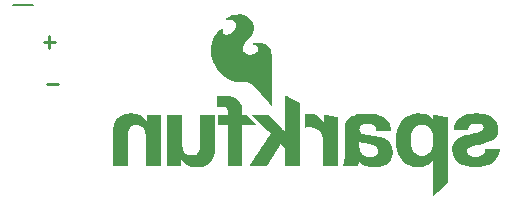
<source format=gbo>
G75*
%MOIN*%
%OFA0B0*%
%FSLAX25Y25*%
%IPPOS*%
%LPD*%
%AMOC8*
5,1,8,0,0,1.08239X$1,22.5*
%
%ADD10C,0.01100*%
%ADD11C,0.00800*%
%ADD12C,0.00300*%
D10*
X0151847Y0194503D02*
X0155783Y0194503D01*
X0152815Y0206534D02*
X0152815Y0210471D01*
X0154783Y0208503D02*
X0150847Y0208503D01*
D11*
X0147286Y0220713D02*
X0140786Y0220713D01*
D12*
X0173928Y0167551D02*
X0178534Y0167551D01*
X0178534Y0177000D01*
X0178573Y0177945D01*
X0178692Y0178772D01*
X0178888Y0179480D01*
X0179164Y0180071D01*
X0179597Y0180504D01*
X0180109Y0180819D01*
X0180699Y0181016D01*
X0181448Y0181094D01*
X0182314Y0181016D01*
X0183062Y0180819D01*
X0183692Y0180465D01*
X0184164Y0179953D01*
X0184558Y0179323D01*
X0184794Y0178496D01*
X0184951Y0177472D01*
X0185030Y0176291D01*
X0185030Y0167551D01*
X0189597Y0167551D01*
X0189597Y0182157D01*
X0189558Y0184244D01*
X0185188Y0184244D01*
X0185188Y0181921D01*
X0185148Y0181921D01*
X0184676Y0182591D01*
X0184125Y0183181D01*
X0183534Y0183654D01*
X0182865Y0184047D01*
X0182196Y0184323D01*
X0181487Y0184520D01*
X0180778Y0184677D01*
X0180030Y0184717D01*
X0178377Y0184559D01*
X0177038Y0184205D01*
X0175975Y0183614D01*
X0175148Y0182827D01*
X0174597Y0181803D01*
X0174203Y0180661D01*
X0174007Y0179323D01*
X0173928Y0177827D01*
X0173928Y0167551D01*
X0173928Y0167702D02*
X0178534Y0167702D01*
X0178534Y0168001D02*
X0173928Y0168001D01*
X0173928Y0168299D02*
X0178534Y0168299D01*
X0178534Y0168598D02*
X0173928Y0168598D01*
X0173928Y0168896D02*
X0178534Y0168896D01*
X0178534Y0169195D02*
X0173928Y0169195D01*
X0173928Y0169493D02*
X0178534Y0169493D01*
X0178534Y0169792D02*
X0173928Y0169792D01*
X0173928Y0170090D02*
X0178534Y0170090D01*
X0178534Y0170389D02*
X0173928Y0170389D01*
X0173928Y0170687D02*
X0178534Y0170687D01*
X0178534Y0170986D02*
X0173928Y0170986D01*
X0173928Y0171284D02*
X0178534Y0171284D01*
X0178534Y0171583D02*
X0173928Y0171583D01*
X0173928Y0171881D02*
X0178534Y0171881D01*
X0178534Y0172180D02*
X0173928Y0172180D01*
X0173928Y0172478D02*
X0178534Y0172478D01*
X0178534Y0172777D02*
X0173928Y0172777D01*
X0173928Y0173075D02*
X0178534Y0173075D01*
X0178534Y0173374D02*
X0173928Y0173374D01*
X0173928Y0173672D02*
X0178534Y0173672D01*
X0178534Y0173971D02*
X0173928Y0173971D01*
X0173928Y0174269D02*
X0178534Y0174269D01*
X0178534Y0174568D02*
X0173928Y0174568D01*
X0173928Y0174866D02*
X0178534Y0174866D01*
X0178534Y0175165D02*
X0173928Y0175165D01*
X0173928Y0175463D02*
X0178534Y0175463D01*
X0178534Y0175762D02*
X0173928Y0175762D01*
X0173928Y0176060D02*
X0178534Y0176060D01*
X0178534Y0176359D02*
X0173928Y0176359D01*
X0173928Y0176657D02*
X0178534Y0176657D01*
X0178534Y0176956D02*
X0173928Y0176956D01*
X0173928Y0177254D02*
X0178545Y0177254D01*
X0178557Y0177553D02*
X0173928Y0177553D01*
X0173929Y0177851D02*
X0178570Y0177851D01*
X0178603Y0178150D02*
X0173945Y0178150D01*
X0173961Y0178448D02*
X0178645Y0178448D01*
X0178688Y0178747D02*
X0173976Y0178747D01*
X0173992Y0179045D02*
X0178768Y0179045D01*
X0178851Y0179344D02*
X0174010Y0179344D01*
X0174054Y0179642D02*
X0178964Y0179642D01*
X0179103Y0179941D02*
X0174097Y0179941D01*
X0174141Y0180239D02*
X0179333Y0180239D01*
X0179652Y0180538D02*
X0174185Y0180538D01*
X0174264Y0180837D02*
X0180162Y0180837D01*
X0182995Y0180837D02*
X0189597Y0180837D01*
X0189597Y0181135D02*
X0174367Y0181135D01*
X0174470Y0181434D02*
X0189597Y0181434D01*
X0189597Y0181732D02*
X0174573Y0181732D01*
X0174720Y0182031D02*
X0185071Y0182031D01*
X0185188Y0182031D02*
X0189597Y0182031D01*
X0189594Y0182329D02*
X0185188Y0182329D01*
X0185188Y0182628D02*
X0189588Y0182628D01*
X0189583Y0182926D02*
X0185188Y0182926D01*
X0185188Y0183225D02*
X0189577Y0183225D01*
X0189571Y0183523D02*
X0185188Y0183523D01*
X0185188Y0183822D02*
X0189566Y0183822D01*
X0189560Y0184120D02*
X0185188Y0184120D01*
X0184070Y0183225D02*
X0175566Y0183225D01*
X0175879Y0183523D02*
X0183697Y0183523D01*
X0183248Y0183822D02*
X0176348Y0183822D01*
X0176886Y0184120D02*
X0182688Y0184120D01*
X0181851Y0184419D02*
X0177846Y0184419D01*
X0175253Y0182926D02*
X0184363Y0182926D01*
X0184641Y0182628D02*
X0175041Y0182628D01*
X0174880Y0182329D02*
X0184860Y0182329D01*
X0183561Y0180538D02*
X0189597Y0180538D01*
X0189597Y0180239D02*
X0183899Y0180239D01*
X0184171Y0179941D02*
X0189597Y0179941D01*
X0189597Y0179642D02*
X0184358Y0179642D01*
X0184545Y0179344D02*
X0189597Y0179344D01*
X0189597Y0179045D02*
X0184637Y0179045D01*
X0184722Y0178747D02*
X0189597Y0178747D01*
X0189597Y0178448D02*
X0184801Y0178448D01*
X0184847Y0178150D02*
X0189597Y0178150D01*
X0189597Y0177851D02*
X0184893Y0177851D01*
X0184939Y0177553D02*
X0189597Y0177553D01*
X0189597Y0177254D02*
X0184966Y0177254D01*
X0184986Y0176956D02*
X0189597Y0176956D01*
X0189597Y0176657D02*
X0185006Y0176657D01*
X0185026Y0176359D02*
X0189597Y0176359D01*
X0189597Y0176060D02*
X0185030Y0176060D01*
X0185030Y0175762D02*
X0189597Y0175762D01*
X0189597Y0175463D02*
X0185030Y0175463D01*
X0185030Y0175165D02*
X0189597Y0175165D01*
X0189597Y0174866D02*
X0185030Y0174866D01*
X0185030Y0174568D02*
X0189597Y0174568D01*
X0189597Y0174269D02*
X0185030Y0174269D01*
X0185030Y0173971D02*
X0189597Y0173971D01*
X0189597Y0173672D02*
X0185030Y0173672D01*
X0185030Y0173374D02*
X0189597Y0173374D01*
X0189597Y0173075D02*
X0185030Y0173075D01*
X0185030Y0172777D02*
X0189597Y0172777D01*
X0189597Y0172478D02*
X0185030Y0172478D01*
X0185030Y0172180D02*
X0189597Y0172180D01*
X0189597Y0171881D02*
X0185030Y0171881D01*
X0185030Y0171583D02*
X0189597Y0171583D01*
X0189597Y0171284D02*
X0185030Y0171284D01*
X0185030Y0170986D02*
X0189597Y0170986D01*
X0189597Y0170687D02*
X0185030Y0170687D01*
X0185030Y0170389D02*
X0189597Y0170389D01*
X0189597Y0170090D02*
X0185030Y0170090D01*
X0185030Y0169792D02*
X0189597Y0169792D01*
X0189597Y0169493D02*
X0185030Y0169493D01*
X0185030Y0169195D02*
X0189597Y0169195D01*
X0189597Y0168896D02*
X0185030Y0168896D01*
X0185030Y0168598D02*
X0189597Y0168598D01*
X0189597Y0168299D02*
X0185030Y0168299D01*
X0185030Y0168001D02*
X0189597Y0168001D01*
X0189597Y0167702D02*
X0185030Y0167702D01*
X0192075Y0167702D02*
X0196448Y0167702D01*
X0196448Y0167551D02*
X0196448Y0169874D01*
X0196487Y0169874D01*
X0196959Y0169205D01*
X0197510Y0168654D01*
X0198101Y0168142D01*
X0198770Y0167787D01*
X0199440Y0167472D01*
X0200148Y0167276D01*
X0200857Y0167118D01*
X0201605Y0167079D01*
X0203259Y0167236D01*
X0204597Y0167591D01*
X0205660Y0168181D01*
X0206487Y0168969D01*
X0207077Y0169992D01*
X0207432Y0171173D01*
X0207629Y0172472D01*
X0207707Y0173969D01*
X0207707Y0184244D01*
X0203140Y0184244D01*
X0203140Y0174835D01*
X0203062Y0173850D01*
X0202944Y0173024D01*
X0202747Y0172315D01*
X0202471Y0171724D01*
X0202077Y0171291D01*
X0201566Y0170976D01*
X0200936Y0170780D01*
X0200188Y0170701D01*
X0199322Y0170780D01*
X0198573Y0170976D01*
X0197944Y0171331D01*
X0197471Y0171843D01*
X0197077Y0172472D01*
X0196841Y0173299D01*
X0196684Y0174323D01*
X0196644Y0175504D01*
X0196644Y0184244D01*
X0192038Y0184244D01*
X0192038Y0169638D01*
X0192077Y0167551D01*
X0196448Y0167551D01*
X0196448Y0168001D02*
X0192069Y0168001D01*
X0192063Y0168299D02*
X0196448Y0168299D01*
X0196448Y0168598D02*
X0192058Y0168598D01*
X0192052Y0168896D02*
X0196448Y0168896D01*
X0196448Y0169195D02*
X0192046Y0169195D01*
X0192041Y0169493D02*
X0196448Y0169493D01*
X0196448Y0169792D02*
X0192038Y0169792D01*
X0192038Y0170090D02*
X0207107Y0170090D01*
X0207196Y0170389D02*
X0192038Y0170389D01*
X0192038Y0170687D02*
X0207286Y0170687D01*
X0207375Y0170986D02*
X0201581Y0170986D01*
X0202066Y0171284D02*
X0207449Y0171284D01*
X0207494Y0171583D02*
X0202342Y0171583D01*
X0202544Y0171881D02*
X0207539Y0171881D01*
X0207584Y0172180D02*
X0202684Y0172180D01*
X0202792Y0172478D02*
X0207629Y0172478D01*
X0207645Y0172777D02*
X0202875Y0172777D01*
X0202951Y0173075D02*
X0207660Y0173075D01*
X0207676Y0173374D02*
X0202994Y0173374D01*
X0203036Y0173672D02*
X0207692Y0173672D01*
X0207707Y0173971D02*
X0203071Y0173971D01*
X0203095Y0174269D02*
X0207707Y0174269D01*
X0207707Y0174568D02*
X0203119Y0174568D01*
X0203140Y0174866D02*
X0207707Y0174866D01*
X0207707Y0175165D02*
X0203140Y0175165D01*
X0203140Y0175463D02*
X0207707Y0175463D01*
X0207707Y0175762D02*
X0203140Y0175762D01*
X0203140Y0176060D02*
X0207707Y0176060D01*
X0207707Y0176359D02*
X0203140Y0176359D01*
X0203140Y0176657D02*
X0207707Y0176657D01*
X0207707Y0176956D02*
X0203140Y0176956D01*
X0203140Y0177254D02*
X0207707Y0177254D01*
X0207707Y0177553D02*
X0203140Y0177553D01*
X0203140Y0177851D02*
X0207707Y0177851D01*
X0207707Y0178150D02*
X0203140Y0178150D01*
X0203140Y0178448D02*
X0207707Y0178448D01*
X0207707Y0178747D02*
X0203140Y0178747D01*
X0203140Y0179045D02*
X0207707Y0179045D01*
X0207707Y0179344D02*
X0203140Y0179344D01*
X0203140Y0179642D02*
X0207707Y0179642D01*
X0207707Y0179941D02*
X0203140Y0179941D01*
X0203140Y0180239D02*
X0207707Y0180239D01*
X0207707Y0180538D02*
X0203140Y0180538D01*
X0203140Y0180837D02*
X0207707Y0180837D01*
X0207707Y0181135D02*
X0203140Y0181135D01*
X0203140Y0181434D02*
X0207707Y0181434D01*
X0207707Y0181732D02*
X0203140Y0181732D01*
X0203140Y0182031D02*
X0207707Y0182031D01*
X0207707Y0182329D02*
X0203140Y0182329D01*
X0203140Y0182628D02*
X0207707Y0182628D01*
X0207707Y0182926D02*
X0203140Y0182926D01*
X0203140Y0183225D02*
X0207707Y0183225D01*
X0207707Y0183523D02*
X0203140Y0183523D01*
X0203140Y0183822D02*
X0207707Y0183822D01*
X0207707Y0184120D02*
X0203140Y0184120D01*
X0209046Y0184120D02*
X0218304Y0184120D01*
X0218180Y0184244D02*
X0216802Y0184244D01*
X0216802Y0185543D01*
X0216723Y0186606D01*
X0216448Y0187591D01*
X0216014Y0188457D01*
X0215385Y0189205D01*
X0214636Y0189795D01*
X0213652Y0190228D01*
X0212510Y0190504D01*
X0211211Y0190622D01*
X0210896Y0190622D01*
X0210581Y0190583D01*
X0209991Y0190583D01*
X0209361Y0190504D01*
X0208770Y0190504D01*
X0208770Y0187079D01*
X0209007Y0187118D01*
X0209400Y0187118D01*
X0209636Y0187157D01*
X0210463Y0187157D01*
X0210896Y0187118D01*
X0211251Y0187039D01*
X0211566Y0186921D01*
X0211802Y0186724D01*
X0211999Y0186449D01*
X0212117Y0186134D01*
X0212196Y0185740D01*
X0212196Y0184244D01*
X0209046Y0184244D01*
X0209046Y0181173D01*
X0212196Y0181173D01*
X0212196Y0167551D01*
X0216802Y0167551D01*
X0216802Y0181173D01*
X0221329Y0181173D01*
X0220542Y0181961D01*
X0220148Y0182315D01*
X0218967Y0183496D01*
X0218573Y0183850D01*
X0218180Y0184244D01*
X0218605Y0183822D02*
X0209046Y0183822D01*
X0209046Y0183523D02*
X0218937Y0183523D01*
X0219239Y0183225D02*
X0209046Y0183225D01*
X0209046Y0182926D02*
X0219537Y0182926D01*
X0219836Y0182628D02*
X0209046Y0182628D01*
X0209046Y0182329D02*
X0220134Y0182329D01*
X0220464Y0182031D02*
X0209046Y0182031D01*
X0209046Y0181732D02*
X0220771Y0181732D01*
X0221069Y0181434D02*
X0209046Y0181434D01*
X0212196Y0181135D02*
X0216802Y0181135D01*
X0216802Y0180837D02*
X0212196Y0180837D01*
X0212196Y0180538D02*
X0216802Y0180538D01*
X0216802Y0180239D02*
X0212196Y0180239D01*
X0212196Y0179941D02*
X0216802Y0179941D01*
X0216802Y0179642D02*
X0212196Y0179642D01*
X0212196Y0179344D02*
X0216802Y0179344D01*
X0216802Y0179045D02*
X0212196Y0179045D01*
X0212196Y0178747D02*
X0216802Y0178747D01*
X0216802Y0178448D02*
X0212196Y0178448D01*
X0212196Y0178150D02*
X0216802Y0178150D01*
X0216802Y0177851D02*
X0212196Y0177851D01*
X0212196Y0177553D02*
X0216802Y0177553D01*
X0216802Y0177254D02*
X0212196Y0177254D01*
X0212196Y0176956D02*
X0216802Y0176956D01*
X0216802Y0176657D02*
X0212196Y0176657D01*
X0212196Y0176359D02*
X0216802Y0176359D01*
X0216802Y0176060D02*
X0212196Y0176060D01*
X0212196Y0175762D02*
X0216802Y0175762D01*
X0216802Y0175463D02*
X0212196Y0175463D01*
X0212196Y0175165D02*
X0216802Y0175165D01*
X0216802Y0174866D02*
X0212196Y0174866D01*
X0212196Y0174568D02*
X0216802Y0174568D01*
X0216802Y0174269D02*
X0212196Y0174269D01*
X0212196Y0173971D02*
X0216802Y0173971D01*
X0216802Y0173672D02*
X0212196Y0173672D01*
X0212196Y0173374D02*
X0216802Y0173374D01*
X0216802Y0173075D02*
X0212196Y0173075D01*
X0212196Y0172777D02*
X0216802Y0172777D01*
X0216802Y0172478D02*
X0212196Y0172478D01*
X0212196Y0172180D02*
X0216802Y0172180D01*
X0216802Y0171881D02*
X0212196Y0171881D01*
X0212196Y0171583D02*
X0216802Y0171583D01*
X0216802Y0171284D02*
X0212196Y0171284D01*
X0212196Y0170986D02*
X0216802Y0170986D01*
X0216802Y0170687D02*
X0212196Y0170687D01*
X0212196Y0170389D02*
X0216802Y0170389D01*
X0216802Y0170090D02*
X0212196Y0170090D01*
X0212196Y0169792D02*
X0216802Y0169792D01*
X0216802Y0169493D02*
X0212196Y0169493D01*
X0212196Y0169195D02*
X0216802Y0169195D01*
X0216802Y0168896D02*
X0212196Y0168896D01*
X0212196Y0168598D02*
X0216802Y0168598D01*
X0216802Y0168299D02*
X0212196Y0168299D01*
X0212196Y0168001D02*
X0216802Y0168001D01*
X0216802Y0167702D02*
X0212196Y0167702D01*
X0206962Y0169792D02*
X0196545Y0169792D01*
X0196756Y0169493D02*
X0206790Y0169493D01*
X0206617Y0169195D02*
X0196969Y0169195D01*
X0197268Y0168896D02*
X0206411Y0168896D01*
X0206097Y0168598D02*
X0197575Y0168598D01*
X0197920Y0168299D02*
X0205784Y0168299D01*
X0205335Y0168001D02*
X0198368Y0168001D01*
X0198952Y0167702D02*
X0204798Y0167702D01*
X0203890Y0167403D02*
X0199688Y0167403D01*
X0201106Y0167105D02*
X0201881Y0167105D01*
X0198557Y0170986D02*
X0192038Y0170986D01*
X0192038Y0171284D02*
X0198026Y0171284D01*
X0197711Y0171583D02*
X0192038Y0171583D01*
X0192038Y0171881D02*
X0197447Y0171881D01*
X0197260Y0172180D02*
X0192038Y0172180D01*
X0192038Y0172478D02*
X0197076Y0172478D01*
X0196991Y0172777D02*
X0192038Y0172777D01*
X0192038Y0173075D02*
X0196905Y0173075D01*
X0196830Y0173374D02*
X0192038Y0173374D01*
X0192038Y0173672D02*
X0196784Y0173672D01*
X0196738Y0173971D02*
X0192038Y0173971D01*
X0192038Y0174269D02*
X0196692Y0174269D01*
X0196676Y0174568D02*
X0192038Y0174568D01*
X0192038Y0174866D02*
X0196666Y0174866D01*
X0196656Y0175165D02*
X0192038Y0175165D01*
X0192038Y0175463D02*
X0196646Y0175463D01*
X0196644Y0175762D02*
X0192038Y0175762D01*
X0192038Y0176060D02*
X0196644Y0176060D01*
X0196644Y0176359D02*
X0192038Y0176359D01*
X0192038Y0176657D02*
X0196644Y0176657D01*
X0196644Y0176956D02*
X0192038Y0176956D01*
X0192038Y0177254D02*
X0196644Y0177254D01*
X0196644Y0177553D02*
X0192038Y0177553D01*
X0192038Y0177851D02*
X0196644Y0177851D01*
X0196644Y0178150D02*
X0192038Y0178150D01*
X0192038Y0178448D02*
X0196644Y0178448D01*
X0196644Y0178747D02*
X0192038Y0178747D01*
X0192038Y0179045D02*
X0196644Y0179045D01*
X0196644Y0179344D02*
X0192038Y0179344D01*
X0192038Y0179642D02*
X0196644Y0179642D01*
X0196644Y0179941D02*
X0192038Y0179941D01*
X0192038Y0180239D02*
X0196644Y0180239D01*
X0196644Y0180538D02*
X0192038Y0180538D01*
X0192038Y0180837D02*
X0196644Y0180837D01*
X0196644Y0181135D02*
X0192038Y0181135D01*
X0192038Y0181434D02*
X0196644Y0181434D01*
X0196644Y0181732D02*
X0192038Y0181732D01*
X0192038Y0182031D02*
X0196644Y0182031D01*
X0196644Y0182329D02*
X0192038Y0182329D01*
X0192038Y0182628D02*
X0196644Y0182628D01*
X0196644Y0182926D02*
X0192038Y0182926D01*
X0192038Y0183225D02*
X0196644Y0183225D01*
X0196644Y0183523D02*
X0192038Y0183523D01*
X0192038Y0183822D02*
X0196644Y0183822D01*
X0196644Y0184120D02*
X0192038Y0184120D01*
X0208770Y0187105D02*
X0208929Y0187105D01*
X0208770Y0187404D02*
X0216500Y0187404D01*
X0216583Y0187105D02*
X0210954Y0187105D01*
X0211703Y0186807D02*
X0216667Y0186807D01*
X0216730Y0186508D02*
X0211956Y0186508D01*
X0212088Y0186210D02*
X0216752Y0186210D01*
X0216775Y0185911D02*
X0212161Y0185911D01*
X0212196Y0185613D02*
X0216797Y0185613D01*
X0216802Y0185314D02*
X0212196Y0185314D01*
X0212196Y0185016D02*
X0216802Y0185016D01*
X0216802Y0184717D02*
X0212196Y0184717D01*
X0212196Y0184419D02*
X0216802Y0184419D01*
X0216392Y0187702D02*
X0208770Y0187702D01*
X0208770Y0188001D02*
X0216242Y0188001D01*
X0216093Y0188299D02*
X0208770Y0188299D01*
X0208770Y0188598D02*
X0215896Y0188598D01*
X0215644Y0188896D02*
X0208770Y0188896D01*
X0208770Y0189195D02*
X0215393Y0189195D01*
X0215019Y0189493D02*
X0208770Y0189493D01*
X0208770Y0189792D02*
X0214641Y0189792D01*
X0213966Y0190090D02*
X0208770Y0190090D01*
X0208770Y0190389D02*
X0212987Y0190389D01*
X0214176Y0195762D02*
X0226605Y0195762D01*
X0226605Y0195464D02*
X0215876Y0195464D01*
X0216211Y0195425D02*
X0214833Y0195583D01*
X0213534Y0195937D01*
X0212314Y0196488D01*
X0211211Y0197157D01*
X0210227Y0197984D01*
X0209322Y0198929D01*
X0208495Y0199953D01*
X0207353Y0202118D01*
X0206762Y0204283D01*
X0206644Y0206370D01*
X0206920Y0208260D01*
X0207550Y0209953D01*
X0208337Y0211331D01*
X0209282Y0212354D01*
X0210306Y0212945D01*
X0210306Y0212906D01*
X0210266Y0212827D01*
X0210227Y0212630D01*
X0210227Y0212315D01*
X0210266Y0211961D01*
X0210345Y0211606D01*
X0210503Y0211291D01*
X0210818Y0211016D01*
X0211251Y0210858D01*
X0211605Y0210858D01*
X0212038Y0210937D01*
X0212471Y0211094D01*
X0212904Y0211291D01*
X0213377Y0211567D01*
X0213770Y0211882D01*
X0220363Y0211882D01*
X0220385Y0211921D02*
X0219833Y0210898D01*
X0219046Y0209874D01*
X0218062Y0208890D01*
X0217274Y0207984D01*
X0216920Y0207079D01*
X0216881Y0206252D01*
X0217117Y0205504D01*
X0217629Y0204913D01*
X0218337Y0204480D01*
X0219203Y0204205D01*
X0220148Y0204205D01*
X0220778Y0204362D01*
X0221290Y0204598D01*
X0221723Y0204913D01*
X0222038Y0205268D01*
X0222274Y0205661D01*
X0222392Y0206055D01*
X0222392Y0206449D01*
X0222274Y0206803D01*
X0222077Y0207079D01*
X0221841Y0207315D01*
X0221290Y0207709D01*
X0221014Y0207827D01*
X0220818Y0207945D01*
X0220660Y0207984D01*
X0220581Y0208024D01*
X0220660Y0208063D01*
X0220857Y0208102D01*
X0221172Y0208181D01*
X0221566Y0208260D01*
X0222038Y0208299D01*
X0222589Y0208260D01*
X0223219Y0208181D01*
X0223849Y0207984D01*
X0224400Y0207709D01*
X0224951Y0207354D01*
X0225424Y0206921D01*
X0225857Y0206409D01*
X0226211Y0205740D01*
X0226448Y0204913D01*
X0226605Y0203929D01*
X0226605Y0187669D01*
X0226526Y0187748D01*
X0226329Y0188024D01*
X0226014Y0188417D01*
X0225542Y0188929D01*
X0225030Y0189559D01*
X0224440Y0190228D01*
X0223770Y0190976D01*
X0223062Y0191724D01*
X0222314Y0192551D01*
X0221644Y0193299D01*
X0221014Y0193969D01*
X0220424Y0194520D01*
X0219833Y0194953D01*
X0219203Y0195228D01*
X0218495Y0195386D01*
X0217747Y0195425D01*
X0216211Y0195425D01*
X0213260Y0196061D02*
X0226605Y0196061D01*
X0226605Y0196359D02*
X0212600Y0196359D01*
X0212035Y0196658D02*
X0226605Y0196658D01*
X0226605Y0196956D02*
X0211543Y0196956D01*
X0211096Y0197255D02*
X0226605Y0197255D01*
X0226605Y0197553D02*
X0210740Y0197553D01*
X0210385Y0197852D02*
X0226605Y0197852D01*
X0226605Y0198150D02*
X0210068Y0198150D01*
X0209782Y0198449D02*
X0226605Y0198449D01*
X0226605Y0198747D02*
X0209496Y0198747D01*
X0209227Y0199046D02*
X0226605Y0199046D01*
X0226605Y0199344D02*
X0208986Y0199344D01*
X0208745Y0199643D02*
X0226605Y0199643D01*
X0226605Y0199941D02*
X0208504Y0199941D01*
X0208343Y0200240D02*
X0226605Y0200240D01*
X0226605Y0200538D02*
X0208186Y0200538D01*
X0208029Y0200837D02*
X0226605Y0200837D01*
X0226605Y0201135D02*
X0207871Y0201135D01*
X0207714Y0201434D02*
X0226605Y0201434D01*
X0226605Y0201732D02*
X0207556Y0201732D01*
X0207399Y0202031D02*
X0226605Y0202031D01*
X0226605Y0202329D02*
X0207295Y0202329D01*
X0207214Y0202628D02*
X0226605Y0202628D01*
X0226605Y0202926D02*
X0207133Y0202926D01*
X0207051Y0203225D02*
X0226605Y0203225D01*
X0226605Y0203523D02*
X0206970Y0203523D01*
X0206888Y0203822D02*
X0226605Y0203822D01*
X0226574Y0204120D02*
X0206807Y0204120D01*
X0206755Y0204419D02*
X0218530Y0204419D01*
X0217949Y0204717D02*
X0206738Y0204717D01*
X0206721Y0205016D02*
X0217540Y0205016D01*
X0217281Y0205314D02*
X0206704Y0205314D01*
X0206687Y0205613D02*
X0217082Y0205613D01*
X0216988Y0205911D02*
X0206670Y0205911D01*
X0206653Y0206210D02*
X0216894Y0206210D01*
X0216893Y0206508D02*
X0206665Y0206508D01*
X0206708Y0206807D02*
X0216907Y0206807D01*
X0216930Y0207105D02*
X0206752Y0207105D01*
X0206795Y0207404D02*
X0217047Y0207404D01*
X0217164Y0207703D02*
X0206839Y0207703D01*
X0206882Y0208001D02*
X0217289Y0208001D01*
X0217548Y0208300D02*
X0206935Y0208300D01*
X0207046Y0208598D02*
X0217808Y0208598D01*
X0218068Y0208897D02*
X0207157Y0208897D01*
X0207268Y0209195D02*
X0218367Y0209195D01*
X0218666Y0209494D02*
X0207379Y0209494D01*
X0207490Y0209792D02*
X0218964Y0209792D01*
X0219213Y0210091D02*
X0207629Y0210091D01*
X0207799Y0210389D02*
X0219442Y0210389D01*
X0219672Y0210688D02*
X0207970Y0210688D01*
X0208140Y0210986D02*
X0210899Y0210986D01*
X0210510Y0211285D02*
X0208311Y0211285D01*
X0208570Y0211583D02*
X0210357Y0211583D01*
X0210284Y0211882D02*
X0208846Y0211882D01*
X0209121Y0212180D02*
X0210242Y0212180D01*
X0210227Y0212479D02*
X0209498Y0212479D01*
X0210015Y0212777D02*
X0210256Y0212777D01*
X0212173Y0210986D02*
X0219881Y0210986D01*
X0220042Y0211285D02*
X0212889Y0211285D01*
X0213397Y0211583D02*
X0220202Y0211583D01*
X0220385Y0211921D02*
X0220660Y0212984D01*
X0220660Y0213969D01*
X0220345Y0214953D01*
X0219676Y0215898D01*
X0218652Y0216764D01*
X0217314Y0217433D01*
X0216014Y0217709D01*
X0214833Y0217669D01*
X0213770Y0217394D01*
X0212865Y0217039D01*
X0212156Y0216646D01*
X0211723Y0216331D01*
X0211566Y0216213D01*
X0211644Y0216213D01*
X0211881Y0216252D01*
X0212235Y0216291D01*
X0212668Y0216291D01*
X0213140Y0216213D01*
X0213652Y0216094D01*
X0214125Y0215819D01*
X0214558Y0215425D01*
X0214833Y0215150D01*
X0214991Y0214835D01*
X0215109Y0214480D01*
X0215148Y0214126D01*
X0215109Y0213772D01*
X0214991Y0213378D01*
X0214794Y0212984D01*
X0214479Y0212591D01*
X0214164Y0212236D01*
X0213770Y0211882D01*
X0214102Y0212180D02*
X0220452Y0212180D01*
X0220529Y0212479D02*
X0214380Y0212479D01*
X0214628Y0212777D02*
X0220606Y0212777D01*
X0220660Y0213076D02*
X0214840Y0213076D01*
X0214989Y0213374D02*
X0220660Y0213374D01*
X0220660Y0213673D02*
X0215079Y0213673D01*
X0215131Y0213971D02*
X0220659Y0213971D01*
X0220564Y0214270D02*
X0215132Y0214270D01*
X0215080Y0214568D02*
X0220468Y0214568D01*
X0220373Y0214867D02*
X0214975Y0214867D01*
X0214818Y0215165D02*
X0220195Y0215165D01*
X0219983Y0215464D02*
X0214515Y0215464D01*
X0214187Y0215762D02*
X0219772Y0215762D01*
X0219483Y0216061D02*
X0213710Y0216061D01*
X0213416Y0217255D02*
X0217670Y0217255D01*
X0218267Y0216956D02*
X0212715Y0216956D01*
X0212178Y0216658D02*
X0218777Y0216658D01*
X0219130Y0216359D02*
X0211762Y0216359D01*
X0214386Y0217553D02*
X0216746Y0217553D01*
X0220627Y0208001D02*
X0223795Y0208001D01*
X0224410Y0207703D02*
X0221299Y0207703D01*
X0221717Y0207404D02*
X0224874Y0207404D01*
X0225223Y0207105D02*
X0222051Y0207105D01*
X0222272Y0206807D02*
X0225521Y0206807D01*
X0225773Y0206508D02*
X0222373Y0206508D01*
X0222392Y0206210D02*
X0225963Y0206210D01*
X0226121Y0205911D02*
X0222349Y0205911D01*
X0222245Y0205613D02*
X0226248Y0205613D01*
X0226333Y0205314D02*
X0222066Y0205314D01*
X0221814Y0205016D02*
X0226418Y0205016D01*
X0226479Y0204717D02*
X0221454Y0204717D01*
X0220901Y0204419D02*
X0226527Y0204419D01*
X0226605Y0195165D02*
X0219348Y0195165D01*
X0219951Y0194867D02*
X0226605Y0194867D01*
X0226605Y0194568D02*
X0220358Y0194568D01*
X0220692Y0194270D02*
X0226605Y0194270D01*
X0226605Y0193971D02*
X0221012Y0193971D01*
X0221293Y0193672D02*
X0226605Y0193672D01*
X0226605Y0193374D02*
X0221574Y0193374D01*
X0221845Y0193075D02*
X0226605Y0193075D01*
X0226605Y0192777D02*
X0222112Y0192777D01*
X0222379Y0192478D02*
X0226605Y0192478D01*
X0226605Y0192180D02*
X0222650Y0192180D01*
X0222920Y0191881D02*
X0226605Y0191881D01*
X0226605Y0191583D02*
X0223196Y0191583D01*
X0223479Y0191284D02*
X0226605Y0191284D01*
X0226605Y0190986D02*
X0223761Y0190986D01*
X0224029Y0190687D02*
X0226605Y0190687D01*
X0226605Y0190389D02*
X0224296Y0190389D01*
X0224561Y0190090D02*
X0226605Y0190090D01*
X0226605Y0189792D02*
X0224825Y0189792D01*
X0225084Y0189493D02*
X0226605Y0189493D01*
X0226605Y0189195D02*
X0225326Y0189195D01*
X0225572Y0188896D02*
X0226605Y0188896D01*
X0226605Y0188598D02*
X0225848Y0188598D01*
X0226109Y0188299D02*
X0226605Y0188299D01*
X0226605Y0188001D02*
X0226346Y0188001D01*
X0226572Y0187702D02*
X0226605Y0187702D01*
X0225699Y0184244D02*
X0220306Y0184244D01*
X0226605Y0178102D01*
X0219597Y0167551D01*
X0225148Y0167551D01*
X0229715Y0174992D01*
X0231487Y0173299D01*
X0231487Y0167551D01*
X0236093Y0167551D01*
X0236093Y0188102D01*
X0231487Y0190622D01*
X0231487Y0178220D01*
X0225699Y0184244D01*
X0225819Y0184120D02*
X0220433Y0184120D01*
X0220739Y0183822D02*
X0226105Y0183822D01*
X0226392Y0183523D02*
X0221045Y0183523D01*
X0221351Y0183225D02*
X0226679Y0183225D01*
X0226966Y0182926D02*
X0221658Y0182926D01*
X0221964Y0182628D02*
X0227253Y0182628D01*
X0227539Y0182329D02*
X0222270Y0182329D01*
X0222576Y0182031D02*
X0227826Y0182031D01*
X0228113Y0181732D02*
X0222882Y0181732D01*
X0223188Y0181434D02*
X0228400Y0181434D01*
X0228687Y0181135D02*
X0223495Y0181135D01*
X0223801Y0180837D02*
X0228973Y0180837D01*
X0229260Y0180538D02*
X0224107Y0180538D01*
X0224413Y0180239D02*
X0229547Y0180239D01*
X0229834Y0179941D02*
X0224719Y0179941D01*
X0225025Y0179642D02*
X0230121Y0179642D01*
X0230407Y0179344D02*
X0225332Y0179344D01*
X0225638Y0179045D02*
X0230694Y0179045D01*
X0230981Y0178747D02*
X0225944Y0178747D01*
X0226250Y0178448D02*
X0231268Y0178448D01*
X0231487Y0178448D02*
X0236093Y0178448D01*
X0236093Y0178150D02*
X0226556Y0178150D01*
X0226438Y0177851D02*
X0236093Y0177851D01*
X0236093Y0177553D02*
X0226240Y0177553D01*
X0226042Y0177254D02*
X0236093Y0177254D01*
X0236093Y0176956D02*
X0225844Y0176956D01*
X0225645Y0176657D02*
X0236093Y0176657D01*
X0236093Y0176359D02*
X0225447Y0176359D01*
X0225249Y0176060D02*
X0236093Y0176060D01*
X0236093Y0175762D02*
X0225050Y0175762D01*
X0224852Y0175463D02*
X0236093Y0175463D01*
X0236093Y0175165D02*
X0224654Y0175165D01*
X0224456Y0174866D02*
X0229638Y0174866D01*
X0229847Y0174866D02*
X0236093Y0174866D01*
X0236093Y0174568D02*
X0230159Y0174568D01*
X0230472Y0174269D02*
X0236093Y0174269D01*
X0236093Y0173971D02*
X0230784Y0173971D01*
X0231096Y0173672D02*
X0236093Y0173672D01*
X0236093Y0173374D02*
X0231409Y0173374D01*
X0231487Y0173075D02*
X0236093Y0173075D01*
X0236093Y0172777D02*
X0231487Y0172777D01*
X0231487Y0172478D02*
X0236093Y0172478D01*
X0236093Y0172180D02*
X0231487Y0172180D01*
X0231487Y0171881D02*
X0236093Y0171881D01*
X0236093Y0171583D02*
X0231487Y0171583D01*
X0231487Y0171284D02*
X0236093Y0171284D01*
X0236093Y0170986D02*
X0231487Y0170986D01*
X0231487Y0170687D02*
X0236093Y0170687D01*
X0236093Y0170389D02*
X0231487Y0170389D01*
X0231487Y0170090D02*
X0236093Y0170090D01*
X0236093Y0169792D02*
X0231487Y0169792D01*
X0231487Y0169493D02*
X0236093Y0169493D01*
X0236093Y0169195D02*
X0231487Y0169195D01*
X0231487Y0168896D02*
X0236093Y0168896D01*
X0236093Y0168598D02*
X0231487Y0168598D01*
X0231487Y0168299D02*
X0236093Y0168299D01*
X0236093Y0168001D02*
X0231487Y0168001D01*
X0231487Y0167702D02*
X0236093Y0167702D01*
X0244046Y0167702D02*
X0248652Y0167702D01*
X0248652Y0167551D02*
X0248652Y0181488D01*
X0248613Y0183457D01*
X0248062Y0183575D01*
X0247510Y0183654D01*
X0246959Y0183772D01*
X0246448Y0183850D01*
X0245896Y0183969D01*
X0245345Y0184047D01*
X0244794Y0184165D01*
X0244243Y0184244D01*
X0244243Y0181134D01*
X0243849Y0181882D01*
X0243337Y0182591D01*
X0242747Y0183181D01*
X0242077Y0183693D01*
X0241369Y0184126D01*
X0240581Y0184441D01*
X0239755Y0184638D01*
X0238888Y0184677D01*
X0238377Y0184677D01*
X0237904Y0184520D01*
X0237904Y0180268D01*
X0238062Y0180307D01*
X0238455Y0180386D01*
X0238652Y0180386D01*
X0238888Y0180425D01*
X0239558Y0180425D01*
X0240699Y0180307D01*
X0241684Y0179992D01*
X0242471Y0179520D01*
X0243062Y0178850D01*
X0243534Y0178063D01*
X0243849Y0177157D01*
X0244007Y0176134D01*
X0244046Y0175071D01*
X0244046Y0167551D01*
X0248652Y0167551D01*
X0248652Y0168001D02*
X0244046Y0168001D01*
X0244046Y0168299D02*
X0248652Y0168299D01*
X0248652Y0168598D02*
X0244046Y0168598D01*
X0244046Y0168896D02*
X0248652Y0168896D01*
X0248652Y0169195D02*
X0244046Y0169195D01*
X0244046Y0169493D02*
X0248652Y0169493D01*
X0248652Y0169792D02*
X0244046Y0169792D01*
X0244046Y0170090D02*
X0248652Y0170090D01*
X0248652Y0170389D02*
X0244046Y0170389D01*
X0244046Y0170687D02*
X0248652Y0170687D01*
X0248652Y0170986D02*
X0244046Y0170986D01*
X0244046Y0171284D02*
X0248652Y0171284D01*
X0248652Y0171583D02*
X0244046Y0171583D01*
X0244046Y0171881D02*
X0248652Y0171881D01*
X0248652Y0172180D02*
X0244046Y0172180D01*
X0244046Y0172478D02*
X0248652Y0172478D01*
X0248652Y0172777D02*
X0244046Y0172777D01*
X0244046Y0173075D02*
X0248652Y0173075D01*
X0248652Y0173374D02*
X0244046Y0173374D01*
X0244046Y0173672D02*
X0248652Y0173672D01*
X0248652Y0173971D02*
X0244046Y0173971D01*
X0244046Y0174269D02*
X0248652Y0174269D01*
X0248652Y0174568D02*
X0244046Y0174568D01*
X0244046Y0174866D02*
X0248652Y0174866D01*
X0248652Y0175165D02*
X0244042Y0175165D01*
X0244031Y0175463D02*
X0248652Y0175463D01*
X0248652Y0175762D02*
X0244020Y0175762D01*
X0244009Y0176060D02*
X0248652Y0176060D01*
X0248652Y0176359D02*
X0243972Y0176359D01*
X0243926Y0176657D02*
X0248652Y0176657D01*
X0248652Y0176956D02*
X0243880Y0176956D01*
X0243815Y0177254D02*
X0248652Y0177254D01*
X0248652Y0177553D02*
X0243712Y0177553D01*
X0243608Y0177851D02*
X0248652Y0177851D01*
X0248652Y0178150D02*
X0243482Y0178150D01*
X0243303Y0178448D02*
X0248652Y0178448D01*
X0248652Y0178747D02*
X0243124Y0178747D01*
X0242890Y0179045D02*
X0248652Y0179045D01*
X0248652Y0179344D02*
X0242626Y0179344D01*
X0242266Y0179642D02*
X0248652Y0179642D01*
X0248652Y0179941D02*
X0241769Y0179941D01*
X0240911Y0180239D02*
X0248652Y0180239D01*
X0248652Y0180538D02*
X0237904Y0180538D01*
X0237904Y0180837D02*
X0248652Y0180837D01*
X0248652Y0181135D02*
X0244243Y0181135D01*
X0244242Y0181135D02*
X0237904Y0181135D01*
X0237904Y0181434D02*
X0244085Y0181434D01*
X0244243Y0181434D02*
X0248652Y0181434D01*
X0248647Y0181732D02*
X0244243Y0181732D01*
X0244243Y0182031D02*
X0248641Y0182031D01*
X0248635Y0182329D02*
X0244243Y0182329D01*
X0244243Y0182628D02*
X0248629Y0182628D01*
X0248623Y0182926D02*
X0244243Y0182926D01*
X0244243Y0183225D02*
X0248618Y0183225D01*
X0248303Y0183523D02*
X0244243Y0183523D01*
X0244243Y0183822D02*
X0246635Y0183822D01*
X0245005Y0184120D02*
X0244243Y0184120D01*
X0243002Y0182926D02*
X0237904Y0182926D01*
X0237904Y0182628D02*
X0243300Y0182628D01*
X0243526Y0182329D02*
X0237904Y0182329D01*
X0237904Y0182031D02*
X0243742Y0182031D01*
X0243928Y0181732D02*
X0237904Y0181732D01*
X0237904Y0183225D02*
X0242690Y0183225D01*
X0242299Y0183523D02*
X0237904Y0183523D01*
X0237904Y0183822D02*
X0241867Y0183822D01*
X0241378Y0184120D02*
X0237904Y0184120D01*
X0237904Y0184419D02*
X0240637Y0184419D01*
X0236093Y0184419D02*
X0231487Y0184419D01*
X0231487Y0184717D02*
X0236093Y0184717D01*
X0236093Y0185016D02*
X0231487Y0185016D01*
X0231487Y0185314D02*
X0236093Y0185314D01*
X0236093Y0185613D02*
X0231487Y0185613D01*
X0231487Y0185911D02*
X0236093Y0185911D01*
X0236093Y0186210D02*
X0231487Y0186210D01*
X0231487Y0186508D02*
X0236093Y0186508D01*
X0236093Y0186807D02*
X0231487Y0186807D01*
X0231487Y0187105D02*
X0236093Y0187105D01*
X0236093Y0187404D02*
X0231487Y0187404D01*
X0231487Y0187702D02*
X0236093Y0187702D01*
X0236093Y0188001D02*
X0231487Y0188001D01*
X0231487Y0188299D02*
X0235733Y0188299D01*
X0235187Y0188598D02*
X0231487Y0188598D01*
X0231487Y0188896D02*
X0234642Y0188896D01*
X0234096Y0189195D02*
X0231487Y0189195D01*
X0231487Y0189493D02*
X0233550Y0189493D01*
X0233005Y0189792D02*
X0231487Y0189792D01*
X0231487Y0190090D02*
X0232459Y0190090D01*
X0231913Y0190389D02*
X0231487Y0190389D01*
X0231487Y0184120D02*
X0236093Y0184120D01*
X0236093Y0183822D02*
X0231487Y0183822D01*
X0231487Y0183523D02*
X0236093Y0183523D01*
X0236093Y0183225D02*
X0231487Y0183225D01*
X0231487Y0182926D02*
X0236093Y0182926D01*
X0236093Y0182628D02*
X0231487Y0182628D01*
X0231487Y0182329D02*
X0236093Y0182329D01*
X0236093Y0182031D02*
X0231487Y0182031D01*
X0231487Y0181732D02*
X0236093Y0181732D01*
X0236093Y0181434D02*
X0231487Y0181434D01*
X0231487Y0181135D02*
X0236093Y0181135D01*
X0236093Y0180837D02*
X0231487Y0180837D01*
X0231487Y0180538D02*
X0236093Y0180538D01*
X0236093Y0180239D02*
X0231487Y0180239D01*
X0231487Y0179941D02*
X0236093Y0179941D01*
X0236093Y0179642D02*
X0231487Y0179642D01*
X0231487Y0179344D02*
X0236093Y0179344D01*
X0236093Y0179045D02*
X0231487Y0179045D01*
X0231487Y0178747D02*
X0236093Y0178747D01*
X0229455Y0174568D02*
X0224257Y0174568D01*
X0224059Y0174269D02*
X0229272Y0174269D01*
X0229088Y0173971D02*
X0223861Y0173971D01*
X0223663Y0173672D02*
X0228905Y0173672D01*
X0228722Y0173374D02*
X0223464Y0173374D01*
X0223266Y0173075D02*
X0228539Y0173075D01*
X0228355Y0172777D02*
X0223068Y0172777D01*
X0222870Y0172478D02*
X0228172Y0172478D01*
X0227989Y0172180D02*
X0222671Y0172180D01*
X0222473Y0171881D02*
X0227806Y0171881D01*
X0227623Y0171583D02*
X0222275Y0171583D01*
X0222076Y0171284D02*
X0227439Y0171284D01*
X0227256Y0170986D02*
X0221878Y0170986D01*
X0221680Y0170687D02*
X0227073Y0170687D01*
X0226890Y0170389D02*
X0221482Y0170389D01*
X0221283Y0170090D02*
X0226707Y0170090D01*
X0226523Y0169792D02*
X0221085Y0169792D01*
X0220887Y0169493D02*
X0226340Y0169493D01*
X0226157Y0169195D02*
X0220689Y0169195D01*
X0220490Y0168896D02*
X0225974Y0168896D01*
X0225790Y0168598D02*
X0220292Y0168598D01*
X0220094Y0168299D02*
X0225607Y0168299D01*
X0225424Y0168001D02*
X0219896Y0168001D01*
X0219697Y0167702D02*
X0225241Y0167702D01*
X0250621Y0167512D02*
X0255266Y0167512D01*
X0255306Y0167591D01*
X0255345Y0167709D01*
X0255385Y0167787D01*
X0255463Y0168024D01*
X0255463Y0168102D01*
X0255503Y0168220D01*
X0255503Y0168299D01*
X0250920Y0168299D01*
X0250896Y0168181D02*
X0250818Y0167984D01*
X0250778Y0167787D01*
X0250699Y0167630D01*
X0250621Y0167512D01*
X0250736Y0167702D02*
X0255343Y0167702D01*
X0255456Y0168001D02*
X0250824Y0168001D01*
X0250896Y0168181D02*
X0250975Y0168575D01*
X0251093Y0169283D01*
X0251172Y0169835D01*
X0251172Y0170661D01*
X0251211Y0170937D01*
X0251211Y0179913D01*
X0251251Y0180622D01*
X0251369Y0181252D01*
X0251605Y0181843D01*
X0251881Y0182354D01*
X0252235Y0182787D01*
X0252629Y0183181D01*
X0253101Y0183496D01*
X0253613Y0183772D01*
X0254164Y0184008D01*
X0254755Y0184205D01*
X0255345Y0184362D01*
X0255975Y0184480D01*
X0256605Y0184559D01*
X0257274Y0184638D01*
X0257904Y0184677D01*
X0258534Y0184677D01*
X0259951Y0184598D01*
X0260621Y0184520D01*
X0261290Y0184402D01*
X0261959Y0184244D01*
X0262589Y0184008D01*
X0263180Y0183772D01*
X0263770Y0183457D01*
X0264282Y0183142D01*
X0264755Y0182709D01*
X0265188Y0182276D01*
X0265581Y0181764D01*
X0265896Y0181173D01*
X0266133Y0180543D01*
X0266290Y0179835D01*
X0266369Y0179087D01*
X0261802Y0179087D01*
X0261762Y0179402D01*
X0261684Y0179717D01*
X0261605Y0179992D01*
X0261526Y0180228D01*
X0261369Y0180465D01*
X0261251Y0180661D01*
X0261093Y0180858D01*
X0260699Y0181173D01*
X0260463Y0181291D01*
X0260227Y0181370D01*
X0259676Y0181528D01*
X0259400Y0181567D01*
X0259085Y0181606D01*
X0258180Y0181606D01*
X0257353Y0181488D01*
X0256881Y0181331D01*
X0256487Y0181094D01*
X0256290Y0180937D01*
X0256172Y0180740D01*
X0256014Y0180543D01*
X0255857Y0179992D01*
X0255818Y0179717D01*
X0255818Y0179362D01*
X0255896Y0178732D01*
X0256211Y0178260D01*
X0256762Y0177945D01*
X0257432Y0177709D01*
X0258259Y0177512D01*
X0257707Y0175031D01*
X0257471Y0175071D01*
X0257196Y0175110D01*
X0256959Y0175189D01*
X0256723Y0175228D01*
X0256329Y0175386D01*
X0256133Y0175504D01*
X0255936Y0175583D01*
X0255818Y0175701D01*
X0255818Y0173260D01*
X0255857Y0172984D01*
X0255936Y0172669D01*
X0256014Y0172315D01*
X0256133Y0172000D01*
X0256329Y0171685D01*
X0256526Y0171409D01*
X0256762Y0171094D01*
X0257077Y0170858D01*
X0257432Y0170622D01*
X0257825Y0170425D01*
X0258337Y0170268D01*
X0258888Y0170189D01*
X0259518Y0170150D01*
X0260070Y0170150D01*
X0260306Y0170189D01*
X0260581Y0170268D01*
X0260818Y0170307D01*
X0261290Y0170465D01*
X0261487Y0170583D01*
X0261644Y0170701D01*
X0261841Y0170858D01*
X0262196Y0171449D01*
X0262274Y0171724D01*
X0262314Y0172000D01*
X0262314Y0172591D01*
X0262274Y0172866D01*
X0262117Y0173339D01*
X0261999Y0173535D01*
X0261841Y0173732D01*
X0261684Y0173890D01*
X0261487Y0174047D01*
X0261093Y0174283D01*
X0260857Y0174402D01*
X0260385Y0174559D01*
X0261251Y0177118D01*
X0262314Y0176961D01*
X0263298Y0176685D01*
X0264243Y0176331D01*
X0265109Y0175858D01*
X0265818Y0175228D01*
X0266408Y0174402D01*
X0266762Y0173339D01*
X0266881Y0172039D01*
X0266881Y0171449D01*
X0266762Y0170858D01*
X0266644Y0170307D01*
X0266448Y0169835D01*
X0266211Y0169362D01*
X0265936Y0168969D01*
X0265621Y0168614D01*
X0265266Y0168260D01*
X0264833Y0167984D01*
X0264400Y0167748D01*
X0263928Y0167512D01*
X0263455Y0167354D01*
X0262904Y0167197D01*
X0262392Y0167118D01*
X0261211Y0167039D01*
X0260818Y0167039D01*
X0260030Y0167118D01*
X0259676Y0167157D01*
X0258888Y0167315D01*
X0258534Y0167394D01*
X0258180Y0167512D01*
X0257825Y0167669D01*
X0257471Y0167787D01*
X0257117Y0167984D01*
X0256487Y0168378D01*
X0255857Y0168850D01*
X0255581Y0169126D01*
X0255581Y0168732D01*
X0255542Y0168614D01*
X0255542Y0168417D01*
X0255503Y0168299D01*
X0255542Y0168598D02*
X0250979Y0168598D01*
X0251029Y0168896D02*
X0255581Y0168896D01*
X0255811Y0168896D02*
X0265871Y0168896D01*
X0266094Y0169195D02*
X0251078Y0169195D01*
X0251123Y0169493D02*
X0266277Y0169493D01*
X0266426Y0169792D02*
X0251166Y0169792D01*
X0251172Y0170090D02*
X0266554Y0170090D01*
X0266662Y0170389D02*
X0261062Y0170389D01*
X0261626Y0170687D02*
X0266726Y0170687D01*
X0266788Y0170986D02*
X0261918Y0170986D01*
X0262097Y0171284D02*
X0266848Y0171284D01*
X0266881Y0171583D02*
X0262234Y0171583D01*
X0262297Y0171881D02*
X0266881Y0171881D01*
X0266868Y0172180D02*
X0262314Y0172180D01*
X0262314Y0172478D02*
X0266841Y0172478D01*
X0266814Y0172777D02*
X0262287Y0172777D01*
X0262205Y0173075D02*
X0266786Y0173075D01*
X0266751Y0173374D02*
X0262096Y0173374D01*
X0261889Y0173672D02*
X0266651Y0173672D01*
X0266552Y0173971D02*
X0261582Y0173971D01*
X0261117Y0174269D02*
X0266452Y0174269D01*
X0266289Y0174568D02*
X0260387Y0174568D01*
X0260358Y0174568D01*
X0260385Y0174559D02*
X0261251Y0177118D01*
X0260227Y0177276D01*
X0259203Y0177394D01*
X0258259Y0177512D01*
X0257707Y0175031D01*
X0259361Y0174795D01*
X0259597Y0174756D01*
X0259873Y0174677D01*
X0260148Y0174638D01*
X0260385Y0174559D01*
X0260488Y0174866D02*
X0266076Y0174866D01*
X0265863Y0175165D02*
X0260590Y0175165D01*
X0257737Y0175165D01*
X0257032Y0175165D01*
X0257803Y0175463D02*
X0256200Y0175463D01*
X0255818Y0175463D02*
X0251211Y0175463D01*
X0251211Y0175165D02*
X0255818Y0175165D01*
X0255818Y0174866D02*
X0251211Y0174866D01*
X0251211Y0174568D02*
X0255818Y0174568D01*
X0255818Y0174269D02*
X0251211Y0174269D01*
X0251211Y0173971D02*
X0255818Y0173971D01*
X0255818Y0173672D02*
X0251211Y0173672D01*
X0251211Y0173374D02*
X0255818Y0173374D01*
X0255844Y0173075D02*
X0251211Y0173075D01*
X0251211Y0172777D02*
X0255909Y0172777D01*
X0255978Y0172478D02*
X0251211Y0172478D01*
X0251211Y0172180D02*
X0256065Y0172180D01*
X0256207Y0171881D02*
X0251211Y0171881D01*
X0251211Y0171583D02*
X0256403Y0171583D01*
X0256620Y0171284D02*
X0251211Y0171284D01*
X0251211Y0170986D02*
X0256908Y0170986D01*
X0257334Y0170687D02*
X0251176Y0170687D01*
X0251172Y0170389D02*
X0257944Y0170389D01*
X0256613Y0168299D02*
X0265306Y0168299D01*
X0265604Y0168598D02*
X0256194Y0168598D01*
X0257091Y0168001D02*
X0264859Y0168001D01*
X0264308Y0167702D02*
X0257727Y0167702D01*
X0258505Y0167403D02*
X0263603Y0167403D01*
X0262195Y0167105D02*
X0260161Y0167105D01*
X0269243Y0171016D02*
X0268692Y0172512D01*
X0268337Y0174087D01*
X0268219Y0175740D01*
X0272825Y0175858D01*
X0272865Y0176843D01*
X0273022Y0177827D01*
X0273298Y0178732D01*
X0273731Y0179559D01*
X0274243Y0180228D01*
X0274951Y0180780D01*
X0275818Y0181134D01*
X0276802Y0181252D01*
X0277865Y0181134D01*
X0278692Y0180780D01*
X0279400Y0180268D01*
X0279951Y0179559D01*
X0280345Y0178732D01*
X0280581Y0177827D01*
X0280739Y0176843D01*
X0280778Y0175858D01*
X0280739Y0174835D01*
X0280581Y0173890D01*
X0280306Y0172984D01*
X0279912Y0172197D01*
X0279361Y0171528D01*
X0278652Y0171016D01*
X0277825Y0170661D01*
X0276802Y0170543D01*
X0275739Y0170661D01*
X0274912Y0171016D01*
X0274203Y0171528D01*
X0273692Y0172197D01*
X0273298Y0172984D01*
X0269243Y0171016D01*
X0270070Y0169756D01*
X0271093Y0168654D01*
X0272353Y0167827D01*
X0273849Y0167276D01*
X0275542Y0167079D01*
X0276329Y0167157D01*
X0277038Y0167276D01*
X0277747Y0167472D01*
X0278416Y0167748D01*
X0279007Y0168102D01*
X0279597Y0168535D01*
X0280109Y0169047D01*
X0280581Y0169598D01*
X0280581Y0157591D01*
X0281172Y0158102D01*
X0281723Y0158614D01*
X0282904Y0159638D01*
X0283455Y0160150D01*
X0284046Y0160661D01*
X0284597Y0161173D01*
X0285188Y0161685D01*
X0285188Y0183457D01*
X0284636Y0183575D01*
X0284085Y0183654D01*
X0283534Y0183772D01*
X0282983Y0183850D01*
X0282471Y0183969D01*
X0281920Y0184047D01*
X0281369Y0184165D01*
X0280818Y0184244D01*
X0280818Y0182118D01*
X0280778Y0182118D01*
X0280345Y0182748D01*
X0279833Y0183299D01*
X0279282Y0183732D01*
X0278652Y0184087D01*
X0277983Y0184362D01*
X0277314Y0184559D01*
X0276566Y0184677D01*
X0275818Y0184717D01*
X0273967Y0184520D01*
X0272432Y0183969D01*
X0271133Y0183102D01*
X0270070Y0182000D01*
X0269243Y0180661D01*
X0268692Y0179126D01*
X0268337Y0177472D01*
X0268219Y0175740D01*
X0272825Y0175858D01*
X0272865Y0174835D01*
X0273022Y0173890D01*
X0273298Y0172984D01*
X0269243Y0171016D01*
X0269263Y0170986D02*
X0274982Y0170986D01*
X0274540Y0171284D02*
X0269796Y0171284D01*
X0269144Y0171284D01*
X0269034Y0171583D02*
X0270411Y0171583D01*
X0274161Y0171583D01*
X0273933Y0171881D02*
X0271026Y0171881D01*
X0268924Y0171881D01*
X0268814Y0172180D02*
X0271640Y0172180D01*
X0273705Y0172180D01*
X0273551Y0172478D02*
X0272255Y0172478D01*
X0268704Y0172478D01*
X0268632Y0172777D02*
X0272870Y0172777D01*
X0273402Y0172777D01*
X0273270Y0173075D02*
X0268565Y0173075D01*
X0268498Y0173374D02*
X0273179Y0173374D01*
X0273089Y0173672D02*
X0268430Y0173672D01*
X0268363Y0173971D02*
X0273009Y0173971D01*
X0272959Y0174269D02*
X0268324Y0174269D01*
X0268303Y0174568D02*
X0272909Y0174568D01*
X0272864Y0174866D02*
X0268282Y0174866D01*
X0268260Y0175165D02*
X0272852Y0175165D01*
X0272841Y0175463D02*
X0268239Y0175463D01*
X0268221Y0175762D02*
X0269064Y0175762D01*
X0272829Y0175762D01*
X0272834Y0176060D02*
X0268241Y0176060D01*
X0268261Y0176359D02*
X0272845Y0176359D01*
X0272857Y0176657D02*
X0268282Y0176657D01*
X0268302Y0176956D02*
X0272883Y0176956D01*
X0272931Y0177254D02*
X0268322Y0177254D01*
X0268355Y0177553D02*
X0272978Y0177553D01*
X0273030Y0177851D02*
X0268418Y0177851D01*
X0268482Y0178150D02*
X0273121Y0178150D01*
X0273211Y0178448D02*
X0268546Y0178448D01*
X0268610Y0178747D02*
X0273306Y0178747D01*
X0273462Y0179045D02*
X0268674Y0179045D01*
X0268770Y0179344D02*
X0273618Y0179344D01*
X0273795Y0179642D02*
X0268877Y0179642D01*
X0268984Y0179941D02*
X0274023Y0179941D01*
X0274257Y0180239D02*
X0269091Y0180239D01*
X0269198Y0180538D02*
X0274641Y0180538D01*
X0275091Y0180837D02*
X0269351Y0180837D01*
X0269535Y0181135D02*
X0275827Y0181135D01*
X0277854Y0181135D02*
X0285188Y0181135D01*
X0285188Y0180837D02*
X0278559Y0180837D01*
X0279026Y0180538D02*
X0285188Y0180538D01*
X0285188Y0180239D02*
X0279422Y0180239D01*
X0279654Y0179941D02*
X0285188Y0179941D01*
X0285188Y0179642D02*
X0279887Y0179642D01*
X0280054Y0179344D02*
X0285188Y0179344D01*
X0285188Y0179045D02*
X0280196Y0179045D01*
X0280338Y0178747D02*
X0285188Y0178747D01*
X0285188Y0178448D02*
X0280419Y0178448D01*
X0280497Y0178150D02*
X0285188Y0178150D01*
X0285188Y0177851D02*
X0280575Y0177851D01*
X0280625Y0177553D02*
X0285188Y0177553D01*
X0285188Y0177254D02*
X0280673Y0177254D01*
X0280721Y0176956D02*
X0285188Y0176956D01*
X0285188Y0176657D02*
X0280746Y0176657D01*
X0280758Y0176359D02*
X0285188Y0176359D01*
X0285188Y0176060D02*
X0280770Y0176060D01*
X0280775Y0175762D02*
X0285188Y0175762D01*
X0285188Y0175463D02*
X0280763Y0175463D01*
X0280752Y0175165D02*
X0285188Y0175165D01*
X0285188Y0174866D02*
X0280740Y0174866D01*
X0280694Y0174568D02*
X0285188Y0174568D01*
X0285188Y0174269D02*
X0280645Y0174269D01*
X0280595Y0173971D02*
X0285188Y0173971D01*
X0285188Y0173672D02*
X0280515Y0173672D01*
X0280424Y0173374D02*
X0285188Y0173374D01*
X0285188Y0173075D02*
X0280333Y0173075D01*
X0280202Y0172777D02*
X0285188Y0172777D01*
X0285188Y0172478D02*
X0280053Y0172478D01*
X0279898Y0172180D02*
X0285188Y0172180D01*
X0285188Y0171881D02*
X0279652Y0171881D01*
X0279406Y0171583D02*
X0285188Y0171583D01*
X0285188Y0171284D02*
X0279024Y0171284D01*
X0278582Y0170986D02*
X0285188Y0170986D01*
X0285188Y0170687D02*
X0277885Y0170687D01*
X0275679Y0170687D02*
X0269458Y0170687D01*
X0269654Y0170389D02*
X0285188Y0170389D01*
X0285188Y0170090D02*
X0269850Y0170090D01*
X0270046Y0169792D02*
X0285188Y0169792D01*
X0285188Y0169493D02*
X0280581Y0169493D01*
X0280491Y0169493D02*
X0270314Y0169493D01*
X0270591Y0169195D02*
X0280235Y0169195D01*
X0280581Y0169195D02*
X0285188Y0169195D01*
X0285188Y0168896D02*
X0280581Y0168896D01*
X0280581Y0168598D02*
X0285188Y0168598D01*
X0285188Y0168299D02*
X0280581Y0168299D01*
X0280581Y0168001D02*
X0285188Y0168001D01*
X0285188Y0167702D02*
X0280581Y0167702D01*
X0280581Y0167403D02*
X0285188Y0167403D01*
X0285188Y0167105D02*
X0280581Y0167105D01*
X0280581Y0166806D02*
X0285188Y0166806D01*
X0285188Y0166508D02*
X0280581Y0166508D01*
X0280581Y0166209D02*
X0285188Y0166209D01*
X0285188Y0165911D02*
X0280581Y0165911D01*
X0280581Y0165612D02*
X0285188Y0165612D01*
X0285188Y0165314D02*
X0280581Y0165314D01*
X0280581Y0165015D02*
X0285188Y0165015D01*
X0285188Y0164717D02*
X0280581Y0164717D01*
X0280581Y0164418D02*
X0285188Y0164418D01*
X0285188Y0164120D02*
X0280581Y0164120D01*
X0280581Y0163821D02*
X0285188Y0163821D01*
X0285188Y0163523D02*
X0280581Y0163523D01*
X0280581Y0163224D02*
X0285188Y0163224D01*
X0285188Y0162926D02*
X0280581Y0162926D01*
X0280581Y0162627D02*
X0285188Y0162627D01*
X0285188Y0162329D02*
X0280581Y0162329D01*
X0280581Y0162030D02*
X0285188Y0162030D01*
X0285188Y0161732D02*
X0280581Y0161732D01*
X0280581Y0161433D02*
X0284897Y0161433D01*
X0284556Y0161135D02*
X0280581Y0161135D01*
X0280581Y0160836D02*
X0284234Y0160836D01*
X0283903Y0160538D02*
X0280581Y0160538D01*
X0280581Y0160239D02*
X0283559Y0160239D01*
X0283230Y0159941D02*
X0280581Y0159941D01*
X0280581Y0159642D02*
X0282909Y0159642D01*
X0282565Y0159344D02*
X0280581Y0159344D01*
X0280581Y0159045D02*
X0282220Y0159045D01*
X0281876Y0158747D02*
X0280581Y0158747D01*
X0280581Y0158448D02*
X0281544Y0158448D01*
X0281223Y0158150D02*
X0280581Y0158150D01*
X0280581Y0157851D02*
X0280882Y0157851D01*
X0277498Y0167403D02*
X0273502Y0167403D01*
X0272692Y0167702D02*
X0278304Y0167702D01*
X0278837Y0168001D02*
X0272088Y0168001D01*
X0271633Y0168299D02*
X0279275Y0168299D01*
X0279659Y0168598D02*
X0271179Y0168598D01*
X0270868Y0168896D02*
X0279958Y0168896D01*
X0275804Y0167105D02*
X0275316Y0167105D01*
X0287235Y0171409D02*
X0287038Y0172906D01*
X0287156Y0173969D01*
X0287510Y0174874D01*
X0288022Y0175583D01*
X0288692Y0176173D01*
X0289479Y0176646D01*
X0290385Y0177039D01*
X0291369Y0177354D01*
X0292353Y0177591D01*
X0293298Y0177827D01*
X0294243Y0178024D01*
X0295148Y0178220D01*
X0295936Y0178457D01*
X0296605Y0178732D01*
X0297117Y0179087D01*
X0297432Y0179520D01*
X0297550Y0180071D01*
X0297471Y0180543D01*
X0297314Y0180898D01*
X0296999Y0181173D01*
X0296644Y0181370D01*
X0296251Y0181528D01*
X0295818Y0181567D01*
X0295385Y0181646D01*
X0294991Y0181646D01*
X0294400Y0181606D01*
X0293849Y0181528D01*
X0293298Y0181370D01*
X0292865Y0181173D01*
X0292471Y0180858D01*
X0292196Y0180465D01*
X0291959Y0179992D01*
X0291881Y0179362D01*
X0287510Y0179362D01*
X0287786Y0180780D01*
X0288298Y0181921D01*
X0289046Y0182866D01*
X0289951Y0183575D01*
X0291054Y0184087D01*
X0292235Y0184441D01*
X0293534Y0184638D01*
X0294873Y0184717D01*
X0296211Y0184638D01*
X0297510Y0184480D01*
X0298731Y0184126D01*
X0299833Y0183614D01*
X0300778Y0182906D01*
X0301487Y0181961D01*
X0301959Y0180780D01*
X0302117Y0179323D01*
X0301999Y0178299D01*
X0301684Y0177472D01*
X0301172Y0176803D01*
X0300503Y0176213D01*
X0299676Y0175780D01*
X0298810Y0175425D01*
X0297825Y0175110D01*
X0296841Y0174874D01*
X0295660Y0174638D01*
X0294636Y0174402D01*
X0293770Y0174126D01*
X0293022Y0173850D01*
X0292432Y0173535D01*
X0291999Y0173181D01*
X0291723Y0172787D01*
X0291644Y0172276D01*
X0291723Y0171724D01*
X0291920Y0171291D01*
X0292235Y0170898D01*
X0292668Y0170622D01*
X0293140Y0170425D01*
X0293613Y0170268D01*
X0294125Y0170189D01*
X0294636Y0170150D01*
X0295306Y0170189D01*
X0295936Y0170346D01*
X0296526Y0170543D01*
X0297077Y0170819D01*
X0297510Y0171213D01*
X0297865Y0171724D01*
X0298101Y0172276D01*
X0298180Y0172984D01*
X0302510Y0172984D01*
X0302314Y0171449D01*
X0301762Y0170189D01*
X0300975Y0169165D01*
X0299991Y0168378D01*
X0298810Y0167787D01*
X0297510Y0167394D01*
X0296133Y0167157D01*
X0294676Y0167079D01*
X0293259Y0167157D01*
X0291881Y0167394D01*
X0290621Y0167787D01*
X0289440Y0168339D01*
X0288455Y0169126D01*
X0287707Y0170150D01*
X0287235Y0171409D01*
X0287282Y0171284D02*
X0291926Y0171284D01*
X0291788Y0171583D02*
X0287212Y0171583D01*
X0287173Y0171881D02*
X0291701Y0171881D01*
X0291658Y0172180D02*
X0287134Y0172180D01*
X0287094Y0172478D02*
X0291676Y0172478D01*
X0291721Y0172777D02*
X0287055Y0172777D01*
X0287057Y0173075D02*
X0291925Y0173075D01*
X0292234Y0173374D02*
X0287090Y0173374D01*
X0287123Y0173672D02*
X0292688Y0173672D01*
X0293349Y0173971D02*
X0287157Y0173971D01*
X0287274Y0174269D02*
X0294221Y0174269D01*
X0295357Y0174568D02*
X0287391Y0174568D01*
X0287507Y0174866D02*
X0296803Y0174866D01*
X0297996Y0175165D02*
X0287720Y0175165D01*
X0287936Y0175463D02*
X0298903Y0175463D01*
X0299633Y0175762D02*
X0288225Y0175762D01*
X0288564Y0176060D02*
X0300212Y0176060D01*
X0300668Y0176359D02*
X0289001Y0176359D01*
X0289506Y0176657D02*
X0301007Y0176657D01*
X0301289Y0176956D02*
X0290192Y0176956D01*
X0291056Y0177254D02*
X0301517Y0177254D01*
X0301714Y0177553D02*
X0292196Y0177553D01*
X0293416Y0177851D02*
X0301828Y0177851D01*
X0301942Y0178150D02*
X0294824Y0178150D01*
X0295908Y0178448D02*
X0302016Y0178448D01*
X0302050Y0178747D02*
X0296626Y0178747D01*
X0297057Y0179045D02*
X0302085Y0179045D01*
X0302115Y0179344D02*
X0297304Y0179344D01*
X0297458Y0179642D02*
X0302082Y0179642D01*
X0302050Y0179941D02*
X0297522Y0179941D01*
X0297522Y0180239D02*
X0302018Y0180239D01*
X0301985Y0180538D02*
X0297472Y0180538D01*
X0297341Y0180837D02*
X0301937Y0180837D01*
X0301817Y0181135D02*
X0297042Y0181135D01*
X0296486Y0181434D02*
X0301698Y0181434D01*
X0301578Y0181732D02*
X0288213Y0181732D01*
X0288079Y0181434D02*
X0293520Y0181434D01*
X0292817Y0181135D02*
X0287945Y0181135D01*
X0287812Y0180837D02*
X0292456Y0180837D01*
X0292247Y0180538D02*
X0287739Y0180538D01*
X0287681Y0180239D02*
X0292083Y0180239D01*
X0291953Y0179941D02*
X0287623Y0179941D01*
X0287565Y0179642D02*
X0291916Y0179642D01*
X0288621Y0182329D02*
X0301211Y0182329D01*
X0301434Y0182031D02*
X0288384Y0182031D01*
X0288857Y0182628D02*
X0300987Y0182628D01*
X0300751Y0182926D02*
X0289123Y0182926D01*
X0289504Y0183225D02*
X0300353Y0183225D01*
X0299955Y0183523D02*
X0289885Y0183523D01*
X0290483Y0183822D02*
X0299387Y0183822D01*
X0298744Y0184120D02*
X0291166Y0184120D01*
X0292161Y0184419D02*
X0297723Y0184419D01*
X0285188Y0183225D02*
X0280818Y0183225D01*
X0280818Y0183523D02*
X0284878Y0183523D01*
X0285188Y0182926D02*
X0280818Y0182926D01*
X0280818Y0182628D02*
X0285188Y0182628D01*
X0285188Y0182329D02*
X0280818Y0182329D01*
X0280633Y0182329D02*
X0270387Y0182329D01*
X0270675Y0182628D02*
X0280428Y0182628D01*
X0280180Y0182926D02*
X0270963Y0182926D01*
X0271316Y0183225D02*
X0279903Y0183225D01*
X0279548Y0183523D02*
X0271764Y0183523D01*
X0272211Y0183822D02*
X0279123Y0183822D01*
X0278571Y0184120D02*
X0272854Y0184120D01*
X0273686Y0184419D02*
X0277791Y0184419D01*
X0280818Y0184120D02*
X0281580Y0184120D01*
X0280818Y0183822D02*
X0283184Y0183822D01*
X0285188Y0182031D02*
X0270099Y0182031D01*
X0269904Y0181732D02*
X0285188Y0181732D01*
X0285188Y0181434D02*
X0269720Y0181434D01*
X0266134Y0180538D02*
X0261325Y0180538D01*
X0261519Y0180239D02*
X0266200Y0180239D01*
X0266266Y0179941D02*
X0261620Y0179941D01*
X0261702Y0179642D02*
X0266310Y0179642D01*
X0266342Y0179344D02*
X0261770Y0179344D01*
X0261111Y0180837D02*
X0266023Y0180837D01*
X0265911Y0181135D02*
X0260747Y0181135D01*
X0260005Y0181434D02*
X0265758Y0181434D01*
X0265598Y0181732D02*
X0251561Y0181732D01*
X0251441Y0181434D02*
X0257189Y0181434D01*
X0256554Y0181135D02*
X0251347Y0181135D01*
X0251291Y0180837D02*
X0256230Y0180837D01*
X0256013Y0180538D02*
X0251246Y0180538D01*
X0251229Y0180239D02*
X0255928Y0180239D01*
X0255850Y0179941D02*
X0251213Y0179941D01*
X0251211Y0179642D02*
X0255818Y0179642D01*
X0255820Y0179344D02*
X0251211Y0179344D01*
X0251211Y0179045D02*
X0255857Y0179045D01*
X0255895Y0178747D02*
X0251211Y0178747D01*
X0251211Y0178448D02*
X0256086Y0178448D01*
X0256404Y0178150D02*
X0251211Y0178150D01*
X0251211Y0177851D02*
X0257027Y0177851D01*
X0258086Y0177553D02*
X0251211Y0177553D01*
X0251211Y0177254D02*
X0258201Y0177254D01*
X0260365Y0177254D01*
X0261196Y0176956D02*
X0258135Y0176956D01*
X0251211Y0176956D01*
X0251211Y0176657D02*
X0258069Y0176657D01*
X0261095Y0176657D01*
X0263372Y0176657D01*
X0264168Y0176359D02*
X0260994Y0176359D01*
X0258002Y0176359D01*
X0251211Y0176359D01*
X0251211Y0176060D02*
X0257936Y0176060D01*
X0260893Y0176060D01*
X0264738Y0176060D01*
X0265217Y0175762D02*
X0260792Y0175762D01*
X0257870Y0175762D01*
X0251211Y0175762D01*
X0257803Y0175463D02*
X0260691Y0175463D01*
X0265553Y0175463D01*
X0262331Y0176956D02*
X0261196Y0176956D01*
X0260488Y0174866D02*
X0258864Y0174866D01*
X0265376Y0182031D02*
X0251706Y0182031D01*
X0251867Y0182329D02*
X0265134Y0182329D01*
X0264836Y0182628D02*
X0252104Y0182628D01*
X0252374Y0182926D02*
X0264517Y0182926D01*
X0264148Y0183225D02*
X0252694Y0183225D01*
X0253151Y0183523D02*
X0263646Y0183523D01*
X0263055Y0183822D02*
X0253729Y0183822D01*
X0254501Y0184120D02*
X0262290Y0184120D01*
X0261193Y0184419D02*
X0255646Y0184419D01*
X0287394Y0170986D02*
X0292165Y0170986D01*
X0292566Y0170687D02*
X0287506Y0170687D01*
X0287618Y0170389D02*
X0293250Y0170389D01*
X0296062Y0170389D02*
X0301850Y0170389D01*
X0301980Y0170687D02*
X0296814Y0170687D01*
X0297261Y0170986D02*
X0302111Y0170986D01*
X0302242Y0171284D02*
X0297560Y0171284D01*
X0297767Y0171583D02*
X0302331Y0171583D01*
X0302369Y0171881D02*
X0297932Y0171881D01*
X0298060Y0172180D02*
X0302407Y0172180D01*
X0302446Y0172478D02*
X0298124Y0172478D01*
X0298157Y0172777D02*
X0302484Y0172777D01*
X0301686Y0170090D02*
X0287751Y0170090D01*
X0287969Y0169792D02*
X0301457Y0169792D01*
X0301227Y0169493D02*
X0288187Y0169493D01*
X0288405Y0169195D02*
X0300998Y0169195D01*
X0300638Y0168896D02*
X0288743Y0168896D01*
X0289116Y0168598D02*
X0300265Y0168598D01*
X0299833Y0168299D02*
X0289524Y0168299D01*
X0290164Y0168001D02*
X0299236Y0168001D01*
X0298528Y0167702D02*
X0290894Y0167702D01*
X0291849Y0167403D02*
X0297543Y0167403D01*
X0295161Y0167105D02*
X0294203Y0167105D01*
M02*

</source>
